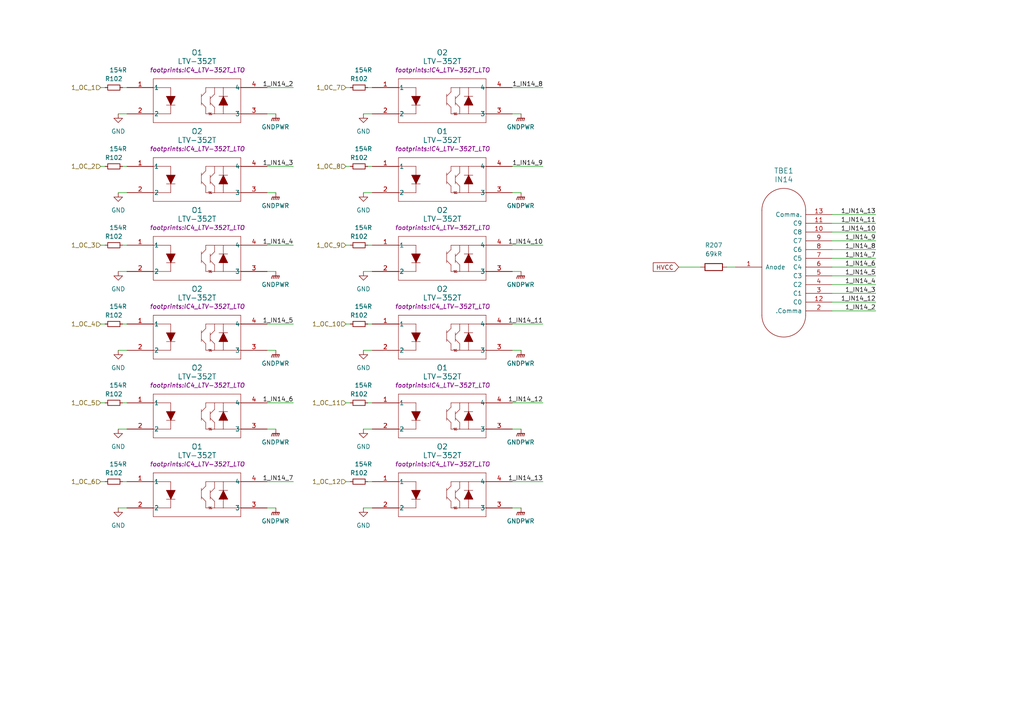
<source format=kicad_sch>
(kicad_sch (version 20230121) (generator eeschema)
  (paper "A4")
  (lib_symbols
    (symbol "Device:R" (pin_numbers hide) (pin_names (offset 0))
      (property "Reference" "R" (at 2.032 0 90))
      (property "Value" "R" (at 0 0 90))
      (symbol "R_0_1"
        (rectangle (start -1.016 -2.54) (end 1.016 2.54) (stroke (width 0.254)))
      )
      (symbol "R_1_1"
        (pin passive line (at 0 3.81 270) (length 1.27) (name "~") (number "1"))
        (pin passive line (at 0 -3.81 90) (length 1.27) (name "~") (number "2"))
      )
    )
    (symbol "Device:R_Small" (pin_numbers hide) (pin_names (offset 0.254) hide)
      (property "Reference" "R" (at 0.762 0.508 0))
      (property "Value" "R_Small" (at 0.762 -1.016 0))
      (symbol "R_Small_0_1"
        (rectangle (start -0.762 1.778) (end 0.762 -1.778) (stroke (width 0.2032)))
      )
      (symbol "R_Small_1_1"
        (pin passive line (at 0 2.54 270) (length 0.762) (name "~") (number "1"))
        (pin passive line (at 0 -2.54 90) (length 0.762) (name "~") (number "2"))
      )
    )
    (symbol "LTV-352T_LTO:LTV-352T" (pin_names (offset 0.254))
      (property "Reference" "U" (at 0 12.7 0))
      (property "Value" "LTV-352T" (at 0 10.16 0))
      (property "Footprint" "footprints:IC4_LTV-352T_LTO" (at 0 7.62 0))
      (symbol "LTV-352T_0_1"
        (polyline (pts (xy -12.7 -6.35) (xy 12.7 -6.35)) (stroke (width 0.127)))
        (polyline (pts (xy -12.7 -3.81) (xy -7.62 -3.81)) (stroke (width 0.127)))
        (polyline (pts (xy -12.7 3.81) (xy -7.62 3.81)) (stroke (width 0.127)))
        (polyline (pts (xy -12.7 6.35) (xy -12.7 -6.35)) (stroke (width 0.127)))
        (polyline (pts (xy -8.89 -1.27) (xy -6.35 -1.27)) (stroke (width 0.127)))
        (polyline (pts (xy -8.89 1.27) (xy -7.62 -1.27)) (stroke (width 0.127)))
        (polyline (pts (xy -8.89 1.27) (xy -6.35 1.27)) (stroke (width 0.127)))
        (polyline (pts (xy -7.62 3.81) (xy -7.62 -3.81)) (stroke (width 0.127)))
        (polyline (pts (xy -6.35 1.27) (xy -7.62 -1.27)) (stroke (width 0.127)))
        (polyline (pts (xy 1.27 -0.635) (xy 2.54 -1.905)) (stroke (width 0.127)))
        (polyline (pts (xy 1.27 1.905) (xy 1.27 -1.27)) (stroke (width 0.127)))
        (polyline (pts (xy 2.54 -3.81) (xy 3.175 -3.81)) (stroke (width 0.127)))
        (polyline (pts (xy 2.54 -1.905) (xy 2.54 -3.81)) (stroke (width 0.127)))
        (polyline (pts (xy 2.54 2.54) (xy 1.27 1.27)) (stroke (width 0.127)))
        (polyline (pts (xy 2.54 3.81) (xy 2.54 2.54)) (stroke (width 0.127)))
        (polyline (pts (xy 3.175 -3.81) (xy 3.4925 -3.4925)) (stroke (width 0.127)))
        (polyline (pts (xy 3.4925 -4.1275) (xy 3.81 -3.4925)) (stroke (width 0.127)))
        (polyline (pts (xy 3.4925 -3.4925) (xy 3.4925 -4.1275)) (stroke (width 0.127)))
        (polyline (pts (xy 3.81 -4.1275) (xy 4.1275 -3.4925)) (stroke (width 0.127)))
        (polyline (pts (xy 3.81 -3.4925) (xy 3.81 -4.1275)) (stroke (width 0.127)))
        (polyline (pts (xy 3.81 -0.635) (xy 5.08 -1.905)) (stroke (width 0.127)))
        (polyline (pts (xy 3.81 0.635) (xy 5.08 1.905)) (stroke (width 0.127)))
        (polyline (pts (xy 3.81 1.27) (xy 3.81 -1.27)) (stroke (width 0.127)))
        (polyline (pts (xy 4.1275 -4.1275) (xy 4.445 -3.81)) (stroke (width 0.127)))
        (polyline (pts (xy 4.1275 -3.4925) (xy 4.1275 -4.1275)) (stroke (width 0.127)))
        (polyline (pts (xy 5.08 -3.81) (xy 4.445 -3.81)) (stroke (width 0.127)))
        (polyline (pts (xy 5.08 -1.905) (xy 5.08 -3.81)) (stroke (width 0.127)))
        (polyline (pts (xy 5.08 1.905) (xy 5.08 3.81)) (stroke (width 0.127)))
        (polyline (pts (xy 6.35 -1.27) (xy 7.62 1.27)) (stroke (width 0.127)))
        (polyline (pts (xy 6.35 -1.27) (xy 8.89 -1.27)) (stroke (width 0.127)))
        (polyline (pts (xy 6.35 1.27) (xy 8.89 1.27)) (stroke (width 0.127)))
        (polyline (pts (xy 7.62 -3.81) (xy 5.08 -3.81)) (stroke (width 0.127)))
        (polyline (pts (xy 7.62 -3.81) (xy 12.7 -3.81)) (stroke (width 0.127)))
        (polyline (pts (xy 7.62 1.27) (xy 8.89 -1.27)) (stroke (width 0.127)))
        (polyline (pts (xy 7.62 3.81) (xy 2.54 3.81)) (stroke (width 0.127)))
        (polyline (pts (xy 7.62 3.81) (xy 7.62 -3.81)) (stroke (width 0.127)))
        (polyline (pts (xy 12.7 -6.35) (xy 12.7 6.35)) (stroke (width 0.127)))
        (polyline (pts (xy 12.7 3.81) (xy 7.62 3.81)) (stroke (width 0.127)))
        (polyline (pts (xy 12.7 6.35) (xy -12.7 6.35)) (stroke (width 0.127)))
        (polyline (pts (xy -8.89 1.27) (xy -6.35 1.27) (xy -7.62 -1.27)) (fill (type outline)))
        (polyline (pts (xy 6.35 -1.27) (xy 8.89 -1.27) (xy 7.62 1.27)) (fill (type outline)))
        (pin passive line (at -20.32 3.81 0) (length 7.62) (name "1") (number "1"))
        (pin passive line (at -20.32 -3.81 0) (length 7.62) (name "2") (number "2"))
        (pin passive line (at 20.32 -3.81 180) (length 7.62) (name "3") (number "3"))
        (pin passive line (at 20.32 3.81 180) (length 7.62) (name "4") (number "4"))
      )
    )
    (symbol "in-14_nixie:IN14-Nixie_proj-rescue" (pin_names (offset 1.016))
      (property "Reference" "TBE202" (at -2.54 0 0))
      (property "Value" "IN14" (at -8.89 -7.62 0))
      (symbol "IN14-Nixie_proj-rescue_0_1"
        (arc (start -6.35 -1.27) (mid -12.6724 -7.62) (end -6.35 -13.97))
        (polyline (pts (xy -6.35 -13.97) (xy 24.13 -13.97)))
        (polyline (pts (xy 24.13 -1.27) (xy -6.35 -1.27)))
        (arc (start 24.13 -13.97) (mid 30.4524 -7.62) (end 24.13 -1.27))
      )
      (symbol "IN14-Nixie_proj-rescue_1_1"
        (pin input line (at 7.62 6.35 270) (length 7.62) (name "Anode") (number "1"))
        (pin passive line (at 17.78 -21.59 90) (length 7.62) (name "C8") (number "10"))
        (pin passive line (at 20.32 -21.59 90) (length 7.62) (name "C9") (number "11"))
        (pin passive line (at -2.54 -21.59 90) (length 7.62) (name "C0") (number "12"))
        (pin passive line (at 22.86 -21.59 90) (length 7.62) (name "Comma.") (number "13"))
        (pin passive line (at -5.08 -21.59 90) (length 7.62) (name ".Comma") (number "2"))
        (pin passive line (at 0 -21.59 90) (length 7.62) (name "C1") (number "3"))
        (pin passive line (at 2.54 -21.59 90) (length 7.62) (name "C2") (number "4"))
        (pin passive line (at 5.08 -21.59 90) (length 7.62) (name "C3") (number "5"))
        (pin passive line (at 7.62 -21.59 90) (length 7.62) (name "C4") (number "6"))
        (pin passive line (at 10.16 -21.59 90) (length 7.62) (name "C5") (number "7"))
        (pin passive line (at 12.7 -21.59 90) (length 7.62) (name "C6") (number "8"))
        (pin passive line (at 15.24 -21.59 90) (length 7.62) (name "C7") (number "9"))
      )
    )
    (symbol "power:GND" (power) (pin_names (offset 0))
      (property "Value" "GND" (at 0 -3.81 0))
      (symbol "GND_0_1"
        (polyline (pts (xy 0 0) (xy 0 -1.27) (xy 1.27 -1.27) (xy 0 -2.54) (xy -1.27 -1.27) (xy 0 -1.27)))
      )
      (symbol "GND_1_1"
        (pin power_in line (at 0 0 270) (length 0) hide (name "GND") (number "1"))
      )
    )
    (symbol "power:GNDPWR" (power) (pin_names (offset 0))
      (property "Value" "GNDPWR" (at 0 -3.302 0))
      (symbol "GNDPWR_0_1"
        (polyline (pts (xy 0 -1.27) (xy 0 0)))
        (polyline (pts (xy -1.016 -1.27) (xy -1.27 -2.032) (xy -1.27 -2.032)) (stroke (width 0.2032)))
        (polyline (pts (xy -0.508 -1.27) (xy -0.762 -2.032) (xy -0.762 -2.032)) (stroke (width 0.2032)))
        (polyline (pts (xy 0 -1.27) (xy -0.254 -2.032) (xy -0.254 -2.032)) (stroke (width 0.2032)))
        (polyline (pts (xy 0.508 -1.27) (xy 0.254 -2.032) (xy 0.254 -2.032)) (stroke (width 0.2032)))
        (polyline (pts (xy 1.016 -1.27) (xy -1.016 -1.27) (xy -1.016 -1.27)) (stroke (width 0.2032)))
        (polyline (pts (xy 1.016 -1.27) (xy 0.762 -2.032) (xy 0.762 -2.032) (xy 0.762 -2.032)) (stroke (width 0.2032)))
      )
      (symbol "GNDPWR_1_1"
        (pin power_in line (at 0 0 270) (length 0) hide (name "GNDPWR") (number "1"))
      )
    )
  )
  (wire (pts (xy 157.48 25.4) (xy 148.59 25.4)))
  (wire (pts (xy 36.83 101.6) (xy 34.29 101.6)))
  (wire (pts (xy 148.59 33.02) (xy 151.13 33.02)))
  (wire (pts (xy 254 82.55) (xy 241.3 82.55)))
  (wire (pts (xy 36.83 147.32) (xy 34.29 147.32)))
  (wire (pts (xy 148.59 124.46) (xy 151.13 124.46)))
  (wire (pts (xy 35.56 93.98) (xy 36.83 93.98)))
  (wire (pts (xy 254 64.77) (xy 241.3 64.77)))
  (wire (pts (xy 29.21 139.7) (xy 30.48 139.7)))
  (wire (pts (xy 77.47 101.6) (xy 80.01 101.6)))
  (wire (pts (xy 254 87.63) (xy 241.3 87.63)))
  (wire (pts (xy 77.47 124.46) (xy 80.01 124.46)))
  (wire (pts (xy 157.48 71.12) (xy 148.59 71.12)))
  (wire (pts (xy 254 62.23) (xy 241.3 62.23)))
  (wire (pts (xy 254 77.47) (xy 241.3 77.47)))
  (wire (pts (xy 157.48 48.26) (xy 148.59 48.26)))
  (wire (pts (xy 85.09 71.12) (xy 77.47 71.12)))
  (wire (pts (xy 35.56 139.7) (xy 36.83 139.7)))
  (wire (pts (xy 105.41 78.74) (xy 107.95 78.74)))
  (wire (pts (xy 106.68 25.4) (xy 107.95 25.4)))
  (wire (pts (xy 77.47 33.02) (xy 80.01 33.02)))
  (wire (pts (xy 100.33 93.98) (xy 101.6 93.98)))
  (wire (pts (xy 36.83 33.02) (xy 34.29 33.02)))
  (wire (pts (xy 148.59 147.32) (xy 151.13 147.32)))
  (wire (pts (xy 100.33 116.84) (xy 101.6 116.84)))
  (wire (pts (xy 35.56 48.26) (xy 36.83 48.26)))
  (wire (pts (xy 196.85 77.47) (xy 203.2 77.47)))
  (wire (pts (xy 85.09 139.7) (xy 77.47 139.7)))
  (wire (pts (xy 254 72.39) (xy 241.3 72.39)))
  (wire (pts (xy 77.47 147.32) (xy 80.01 147.32)))
  (wire (pts (xy 29.21 25.4) (xy 30.48 25.4)))
  (wire (pts (xy 77.47 78.74) (xy 80.01 78.74)))
  (wire (pts (xy 36.83 78.74) (xy 34.29 78.74)))
  (wire (pts (xy 100.33 25.4) (xy 101.6 25.4)))
  (wire (pts (xy 105.41 33.02) (xy 107.95 33.02)))
  (wire (pts (xy 254 74.93) (xy 241.3 74.93)))
  (wire (pts (xy 105.41 101.6) (xy 107.95 101.6)))
  (wire (pts (xy 105.41 147.32) (xy 107.95 147.32)))
  (wire (pts (xy 100.33 48.26) (xy 101.6 48.26)))
  (wire (pts (xy 254 69.85) (xy 241.3 69.85)))
  (wire (pts (xy 36.83 124.46) (xy 34.29 124.46)))
  (wire (pts (xy 148.59 78.74) (xy 151.13 78.74)))
  (wire (pts (xy 157.48 116.84) (xy 148.59 116.84)))
  (wire (pts (xy 77.47 55.88) (xy 80.01 55.88)))
  (wire (pts (xy 106.68 139.7) (xy 107.95 139.7)))
  (wire (pts (xy 254 85.09) (xy 241.3 85.09)))
  (wire (pts (xy 157.48 93.98) (xy 148.59 93.98)))
  (wire (pts (xy 106.68 71.12) (xy 107.95 71.12)))
  (wire (pts (xy 35.56 25.4) (xy 36.83 25.4)))
  (wire (pts (xy 157.48 139.7) (xy 148.59 139.7)))
  (wire (pts (xy 210.82 77.47) (xy 213.36 77.47)))
  (wire (pts (xy 148.59 101.6) (xy 151.13 101.6)))
  (wire (pts (xy 105.41 55.88) (xy 107.95 55.88)))
  (wire (pts (xy 85.09 116.84) (xy 77.47 116.84)))
  (wire (pts (xy 254 67.31) (xy 241.3 67.31)))
  (wire (pts (xy 35.56 71.12) (xy 36.83 71.12)))
  (wire (pts (xy 106.68 116.84) (xy 107.95 116.84)))
  (wire (pts (xy 254 90.17) (xy 241.3 90.17)))
  (wire (pts (xy 254 80.01) (xy 241.3 80.01)))
  (wire (pts (xy 148.59 55.88) (xy 151.13 55.88)))
  (wire (pts (xy 100.33 139.7) (xy 101.6 139.7)))
  (wire (pts (xy 106.68 93.98) (xy 107.95 93.98)))
  (wire (pts (xy 36.83 55.88) (xy 34.29 55.88)))
  (wire (pts (xy 29.21 93.98) (xy 30.48 93.98)))
  (wire (pts (xy 100.33 71.12) (xy 101.6 71.12)))
  (wire (pts (xy 29.21 71.12) (xy 30.48 71.12)))
  (wire (pts (xy 85.09 93.98) (xy 77.47 93.98)))
  (wire (pts (xy 35.56 116.84) (xy 36.83 116.84)))
  (wire (pts (xy 29.21 116.84) (xy 30.48 116.84)))
  (wire (pts (xy 29.21 48.26) (xy 30.48 48.26)))
  (wire (pts (xy 106.68 48.26) (xy 107.95 48.26)))
  (wire (pts (xy 85.09 25.4) (xy 77.47 25.4)))
  (wire (pts (xy 105.41 124.46) (xy 107.95 124.46)))
  (wire (pts (xy 85.09 48.26) (xy 77.47 48.26)))
  (label "1_IN14_13" (at 254 62.23 180))
  (label "1_IN14_6" (at 254 77.47 180))
  (label "1_IN14_5" (at 85.09 93.98 180))
  (label "1_IN14_9" (at 157.48 48.26 180))
  (label "1_IN14_6" (at 85.09 116.84 180))
  (label "1_IN14_7" (at 85.09 139.7 180))
  (label "1_IN14_2" (at 85.09 25.4 180))
  (label "1_IN14_11" (at 157.48 93.98 180))
  (label "1_IN14_3" (at 85.09 48.26 180))
  (label "1_IN14_5" (at 254 80.01 180))
  (label "1_IN14_11" (at 254 64.77 180))
  (label "1_IN14_12" (at 254 87.63 180))
  (label "1_IN14_8" (at 254 72.39 180))
  (label "1_IN14_4" (at 254 82.55 180))
  (label "1_IN14_3" (at 254 85.09 180))
  (label "1_IN14_9" (at 254 69.85 180))
  (label "1_IN14_8" (at 157.48 25.4 180))
  (label "1_IN14_10" (at 157.48 71.12 180))
  (label "1_IN14_4" (at 85.09 71.12 180))
  (label "1_IN14_10" (at 254 67.31 180))
  (label "1_IN14_2" (at 254 90.17 180))
  (label "1_IN14_12" (at 157.48 116.84 180))
  (label "1_IN14_13" (at 157.48 139.7 180))
  (label "1_IN14_7" (at 254 74.93 180))
  (global_label "HVCC" (shape input) (at 196.85 77.47 180) (property "Intersheetrefs" "${INTERSHEET_REFS}" (effects hide)))
  (hierarchical_label "1_OC_12" (shape input) (at 100.33 139.7 180))
  (hierarchical_label "1_OC_8" (shape input) (at 100.33 48.26 180))
  (hierarchical_label "1_OC_1" (shape input) (at 29.21 25.4 180))
  (hierarchical_label "1_OC_6" (shape input) (at 29.21 139.7 180))
  (hierarchical_label "1_OC_5" (shape input) (at 29.21 116.84 180))
  (hierarchical_label "1_OC_2" (shape input) (at 29.21 48.26 180))
  (hierarchical_label "1_OC_9" (shape input) (at 100.33 71.12 180))
  (hierarchical_label "1_OC_4" (shape input) (at 29.21 93.98 180))
  (hierarchical_label "1_OC_3" (shape input) (at 29.21 71.12 180))
  (hierarchical_label "1_OC_11" (shape input) (at 100.33 116.84 180))
  (hierarchical_label "1_OC_7" (shape input) (at 100.33 25.4 180))
  (hierarchical_label "1_OC_10" (shape input) (at 100.33 93.98 180))
  (symbol (lib_id "LTV-352T_LTO:LTV-352T") (at 57.15 97.79 0) (unit 1)
    (property "Reference" "O2" (at 57.15 83.82 0) (effects (font (size 1.524 1.524))))
    (property "Value" "LTV-352T" (at 57.15 86.36 0) (effects (font (size 1.524 1.524))))
    (property "Footprint" "footprints:IC4_LTV-352T_LTO" (at 57.15 88.9 0) (effects (font italic)))
    (property "Datasheet" "LTV-352T" (effects hide))
    (instances (project "Nixie_Module" (path "" (reference "O2") (unit 1)) (path "" (reference "O207") (unit 1))))
  )
  (symbol (lib_id "power:GND") (at 105.41 33.02 0) (unit 1)
    (property "Reference" "#PWR0203" (effects hide))
    (property "Value" "GND" (at 105.41 38.1 0))
  )
  (symbol (lib_id "power:GND") (at 105.41 78.74 0) (unit 1)
    (property "Reference" "#PWR0211" (effects hide))
    (property "Value" "GND" (at 105.41 83.82 0))
  )
  (symbol (lib_id "power:GND") (at 34.29 124.46 0) (unit 1)
    (property "Reference" "#PWR0217" (effects hide))
    (property "Value" "GND" (at 34.29 129.54 0))
  )
  (symbol (lib_id "LTV-352T_LTO:LTV-352T") (at 128.27 74.93 0) (unit 1)
    (property "Reference" "O2" (at 128.27 60.96 0) (effects (font (size 1.524 1.524))))
    (property "Value" "LTV-352T" (at 128.27 63.5 0) (effects (font (size 1.524 1.524))))
    (property "Footprint" "footprints:IC4_LTV-352T_LTO" (at 128.27 66.04 0) (effects (font italic)))
    (property "Datasheet" "LTV-352T" (effects hide))
    (instances (project "Nixie_Module" (path "" (reference "O2") (unit 1)) (path "" (reference "O206") (unit 1))))
  )
  (symbol (lib_id "power:GND") (at 105.41 124.46 0) (unit 1)
    (property "Reference" "#PWR0219" (effects hide))
    (property "Value" "GND" (at 105.41 129.54 0))
  )
  (symbol (lib_id "power:GNDPWR") (at 151.13 78.74 0) (unit 1)
    (property "Reference" "#PWR0120" (effects hide))
    (property "Value" "GNDPWR" (at 151.003 82.55 0))
    (instances (project "Nixie_Module" (path "" (reference "#PWR0120") (unit 1)) (path "" (reference "#PWR0212") (unit 1))))
  )
  (symbol (lib_id "Device:R_Small") (at 33.02 48.26 90) (unit 1)
    (property "Reference" "R102" (at 35.56 45.72 90) (effects (justify left)))
    (property "Value" "154R" (at 36.83 43.18 90) (effects (justify left)))
    (property "Footprint" "Resistor_SMD:R_0603_1608Metric_Pad0.98x0.95mm_HandSolder" (effects hide))
    (instances (project "Nixie_Module" (path "" (reference "R102") (unit 1)) (path "" (reference "R203") (unit 1))))
  )
  (symbol (lib_id "Device:R_Small") (at 33.02 139.7 90) (unit 1)
    (property "Reference" "R102" (at 35.56 137.16 90) (effects (justify left)))
    (property "Value" "154R" (at 36.83 134.62 90) (effects (justify left)))
    (property "Footprint" "Resistor_SMD:R_0603_1608Metric_Pad0.98x0.95mm_HandSolder" (effects hide))
    (instances (project "Nixie_Module" (path "" (reference "R102") (unit 1)) (path "" (reference "R212") (unit 1))))
  )
  (symbol (lib_id "power:GNDPWR") (at 151.13 147.32 0) (unit 1)
    (property "Reference" "#PWR0120" (effects hide))
    (property "Value" "GNDPWR" (at 151.003 151.13 0))
    (instances (project "Nixie_Module" (path "" (reference "#PWR0120") (unit 1)) (path "" (reference "#PWR0224") (unit 1))))
  )
  (symbol (lib_id "power:GNDPWR") (at 80.01 124.46 0) (unit 1)
    (property "Reference" "#PWR0120" (effects hide))
    (property "Value" "GNDPWR" (at 79.883 128.27 0))
    (instances (project "Nixie_Module" (path "" (reference "#PWR0120") (unit 1)) (path "" (reference "#PWR0218") (unit 1))))
  )
  (symbol (lib_id "LTV-352T_LTO:LTV-352T") (at 57.15 29.21 0) (unit 1)
    (property "Reference" "O1" (at 57.15 15.24 0) (effects (font (size 1.524 1.524))))
    (property "Value" "LTV-352T" (at 57.15 17.78 0) (effects (font (size 1.524 1.524))))
    (property "Footprint" "footprints:IC4_LTV-352T_LTO" (at 57.15 20.32 0) (effects (font italic)))
    (property "Datasheet" "LTV-352T" (effects hide))
    (instances (project "Nixie_Module" (path "" (reference "O1") (unit 1)) (path "" (reference "O201") (unit 1))))
  )
  (symbol (lib_id "LTV-352T_LTO:LTV-352T") (at 128.27 29.21 0) (unit 1)
    (property "Reference" "O2" (at 128.27 15.24 0) (effects (font (size 1.524 1.524))))
    (property "Value" "LTV-352T" (at 128.27 17.78 0) (effects (font (size 1.524 1.524))))
    (property "Footprint" "footprints:IC4_LTV-352T_LTO" (at 128.27 20.32 0) (effects (font italic)))
    (property "Datasheet" "LTV-352T" (effects hide))
    (instances (project "Nixie_Module" (path "" (reference "O2") (unit 1)) (path "" (reference "O202") (unit 1))))
  )
  (symbol (lib_id "power:GND") (at 34.29 33.02 0) (unit 1)
    (property "Reference" "#PWR0201" (effects hide))
    (property "Value" "GND" (at 34.29 38.1 0))
  )
  (symbol (lib_id "Device:R") (at 207.01 77.47 270) (unit 1)
    (property "Reference" "R207" (at 207.01 71.12 90))
    (property "Value" "69kR" (at 207.01 73.66 90))
    (property "Footprint" "Resistor_THT:R_Axial_DIN0207_L6.3mm_D2.5mm_P7.62mm_Horizontal" (effects hide))
  )
  (symbol (lib_id "Device:R_Small") (at 104.14 25.4 90) (unit 1)
    (property "Reference" "R102" (at 106.68 22.86 90) (effects (justify left)))
    (property "Value" "154R" (at 107.95 20.32 90) (effects (justify left)))
    (property "Footprint" "Resistor_SMD:R_0603_1608Metric_Pad0.98x0.95mm_HandSolder" (effects hide))
    (instances (project "Nixie_Module" (path "" (reference "R102") (unit 1)) (path "" (reference "R202") (unit 1))))
  )
  (symbol (lib_id "power:GND") (at 105.41 147.32 0) (unit 1)
    (property "Reference" "#PWR0223" (effects hide))
    (property "Value" "GND" (at 105.41 152.4 0))
  )
  (symbol (lib_id "Device:R_Small") (at 104.14 48.26 90) (unit 1)
    (property "Reference" "R102" (at 106.68 45.72 90) (effects (justify left)))
    (property "Value" "154R" (at 107.95 43.18 90) (effects (justify left)))
    (property "Footprint" "Resistor_SMD:R_0603_1608Metric_Pad0.98x0.95mm_HandSolder" (effects hide))
    (instances (project "Nixie_Module" (path "" (reference "R102") (unit 1)) (path "" (reference "R204") (unit 1))))
  )
  (symbol (lib_id "power:GNDPWR") (at 80.01 147.32 0) (unit 1)
    (property "Reference" "#PWR0120" (effects hide))
    (property "Value" "GNDPWR" (at 79.883 151.13 0))
    (instances (project "Nixie_Module" (path "" (reference "#PWR0120") (unit 1)) (path "" (reference "#PWR0222") (unit 1))))
  )
  (symbol (lib_id "LTV-352T_LTO:LTV-352T") (at 57.15 74.93 0) (unit 1)
    (property "Reference" "O1" (at 57.15 60.96 0) (effects (font (size 1.524 1.524))))
    (property "Value" "LTV-352T" (at 57.15 63.5 0) (effects (font (size 1.524 1.524))))
    (property "Footprint" "footprints:IC4_LTV-352T_LTO" (at 57.15 66.04 0) (effects (font italic)))
    (property "Datasheet" "LTV-352T" (effects hide))
    (instances (project "Nixie_Module" (path "" (reference "O1") (unit 1)) (path "" (reference "O205") (unit 1))))
  )
  (symbol (lib_id "LTV-352T_LTO:LTV-352T") (at 57.15 120.65 0) (unit 1)
    (property "Reference" "O2" (at 57.15 106.68 0) (effects (font (size 1.524 1.524))))
    (property "Value" "LTV-352T" (at 57.15 109.22 0) (effects (font (size 1.524 1.524))))
    (property "Footprint" "footprints:IC4_LTV-352T_LTO" (at 57.15 111.76 0) (effects (font italic)))
    (property "Datasheet" "LTV-352T" (effects hide))
    (instances (project "Nixie_Module" (path "" (reference "O2") (unit 1)) (path "" (reference "O209") (unit 1))))
  )
  (symbol (lib_id "power:GNDPWR") (at 80.01 55.88 0) (unit 1)
    (property "Reference" "#PWR0120" (effects hide))
    (property "Value" "GNDPWR" (at 79.883 59.69 0))
    (instances (project "Nixie_Module" (path "" (reference "#PWR0120") (unit 1)) (path "" (reference "#PWR0206") (unit 1))))
  )
  (symbol (lib_id "Device:R_Small") (at 104.14 116.84 90) (unit 1)
    (property "Reference" "R102" (at 106.68 114.3 90) (effects (justify left)))
    (property "Value" "154R" (at 107.95 111.76 90) (effects (justify left)))
    (property "Footprint" "Resistor_SMD:R_0603_1608Metric_Pad0.98x0.95mm_HandSolder" (effects hide))
    (instances (project "Nixie_Module" (path "" (reference "R102") (unit 1)) (path "" (reference "R211") (unit 1))))
  )
  (symbol (lib_id "LTV-352T_LTO:LTV-352T") (at 57.15 52.07 0) (unit 1)
    (property "Reference" "O2" (at 57.15 38.1 0) (effects (font (size 1.524 1.524))))
    (property "Value" "LTV-352T" (at 57.15 40.64 0) (effects (font (size 1.524 1.524))))
    (property "Footprint" "footprints:IC4_LTV-352T_LTO" (at 57.15 43.18 0) (effects (font italic)))
    (property "Datasheet" "LTV-352T" (effects hide))
    (instances (project "Nixie_Module" (path "" (reference "O2") (unit 1)) (path "" (reference "O203") (unit 1))))
  )
  (symbol (lib_id "LTV-352T_LTO:LTV-352T") (at 128.27 143.51 0) (unit 1)
    (property "Reference" "O2" (at 128.27 129.54 0) (effects (font (size 1.524 1.524))))
    (property "Value" "LTV-352T" (at 128.27 132.08 0) (effects (font (size 1.524 1.524))))
    (property "Footprint" "footprints:IC4_LTV-352T_LTO" (at 128.27 134.62 0) (effects (font italic)))
    (property "Datasheet" "LTV-352T" (effects hide))
    (instances (project "Nixie_Module" (path "" (reference "O2") (unit 1)) (path "" (reference "O212") (unit 1))))
  )
  (symbol (lib_id "LTV-352T_LTO:LTV-352T") (at 128.27 52.07 0) (unit 1)
    (property "Reference" "O1" (at 128.27 38.1 0) (effects (font (size 1.524 1.524))))
    (property "Value" "LTV-352T" (at 128.27 40.64 0) (effects (font (size 1.524 1.524))))
    (property "Footprint" "footprints:IC4_LTV-352T_LTO" (at 128.27 43.18 0) (effects (font italic)))
    (property "Datasheet" "LTV-352T" (effects hide))
    (instances (project "Nixie_Module" (path "" (reference "O1") (unit 1)) (path "" (reference "O204") (unit 1))))
  )
  (symbol (lib_id "power:GND") (at 105.41 101.6 0) (unit 1)
    (property "Reference" "#PWR0215" (effects hide))
    (property "Value" "GND" (at 105.41 106.68 0))
  )
  (symbol (lib_id "power:GND") (at 34.29 55.88 0) (unit 1)
    (property "Reference" "#PWR0205" (effects hide))
    (property "Value" "GND" (at 34.29 60.96 0))
  )
  (symbol (lib_id "Device:R_Small") (at 33.02 71.12 90) (unit 1)
    (property "Reference" "R102" (at 35.56 68.58 90) (effects (justify left)))
    (property "Value" "154R" (at 36.83 66.04 90) (effects (justify left)))
    (property "Footprint" "Resistor_SMD:R_0603_1608Metric_Pad0.98x0.95mm_HandSolder" (effects hide))
    (instances (project "Nixie_Module" (path "" (reference "R102") (unit 1)) (path "" (reference "R205") (unit 1))))
  )
  (symbol (lib_id "LTV-352T_LTO:LTV-352T") (at 128.27 120.65 0) (unit 1)
    (property "Reference" "O1" (at 128.27 106.68 0) (effects (font (size 1.524 1.524))))
    (property "Value" "LTV-352T" (at 128.27 109.22 0) (effects (font (size 1.524 1.524))))
    (property "Footprint" "footprints:IC4_LTV-352T_LTO" (at 128.27 111.76 0) (effects (font italic)))
    (property "Datasheet" "LTV-352T" (effects hide))
    (instances (project "Nixie_Module" (path "" (reference "O1") (unit 1)) (path "" (reference "O210") (unit 1))))
  )
  (symbol (lib_id "power:GND") (at 34.29 78.74 0) (unit 1)
    (property "Reference" "#PWR0209" (effects hide))
    (property "Value" "GND" (at 34.29 83.82 0))
  )
  (symbol (lib_id "power:GNDPWR") (at 151.13 101.6 0) (unit 1)
    (property "Reference" "#PWR0120" (effects hide))
    (property "Value" "GNDPWR" (at 151.003 105.41 0))
    (instances (project "Nixie_Module" (path "" (reference "#PWR0120") (unit 1)) (path "" (reference "#PWR0216") (unit 1))))
  )
  (symbol (lib_id "Device:R_Small") (at 104.14 139.7 90) (unit 1)
    (property "Reference" "R102" (at 106.68 137.16 90) (effects (justify left)))
    (property "Value" "154R" (at 107.95 134.62 90) (effects (justify left)))
    (property "Footprint" "Resistor_SMD:R_0603_1608Metric_Pad0.98x0.95mm_HandSolder" (effects hide))
    (instances (project "Nixie_Module" (path "" (reference "R102") (unit 1)) (path "" (reference "R213") (unit 1))))
  )
  (symbol (lib_id "power:GNDPWR") (at 80.01 78.74 0) (unit 1)
    (property "Reference" "#PWR0120" (effects hide))
    (property "Value" "GNDPWR" (at 79.883 82.55 0))
    (instances (project "Nixie_Module" (path "" (reference "#PWR0120") (unit 1)) (path "" (reference "#PWR0210") (unit 1))))
  )
  (symbol (lib_id "Device:R_Small") (at 104.14 71.12 90) (unit 1)
    (property "Reference" "R102" (at 106.68 68.58 90) (effects (justify left)))
    (property "Value" "154R" (at 107.95 66.04 90) (effects (justify left)))
    (property "Footprint" "Resistor_SMD:R_0603_1608Metric_Pad0.98x0.95mm_HandSolder" (effects hide))
    (instances (project "Nixie_Module" (path "" (reference "R102") (unit 1)) (path "" (reference "R206") (unit 1))))
  )
  (symbol (lib_id "Device:R_Small") (at 33.02 116.84 90) (unit 1)
    (property "Reference" "R102" (at 35.56 114.3 90) (effects (justify left)))
    (property "Value" "154R" (at 36.83 111.76 90) (effects (justify left)))
    (property "Footprint" "Resistor_SMD:R_0603_1608Metric_Pad0.98x0.95mm_HandSolder" (effects hide))
    (instances (project "Nixie_Module" (path "" (reference "R102") (unit 1)) (path "" (reference "R210") (unit 1))))
  )
  (symbol (lib_id "LTV-352T_LTO:LTV-352T") (at 128.27 97.79 0) (unit 1)
    (property "Reference" "O2" (at 128.27 83.82 0) (effects (font (size 1.524 1.524))))
    (property "Value" "LTV-352T" (at 128.27 86.36 0) (effects (font (size 1.524 1.524))))
    (property "Footprint" "footprints:IC4_LTV-352T_LTO" (at 128.27 88.9 0) (effects (font italic)))
    (property "Datasheet" "LTV-352T" (effects hide))
    (instances (project "Nixie_Module" (path "" (reference "O2") (unit 1)) (path "" (reference "O208") (unit 1))))
  )
  (symbol (lib_id "power:GND") (at 34.29 147.32 0) (unit 1)
    (property "Reference" "#PWR0221" (effects hide))
    (property "Value" "GND" (at 34.29 152.4 0))
  )
  (symbol (lib_id "power:GNDPWR") (at 80.01 33.02 0) (unit 1)
    (property "Reference" "#PWR0120" (effects hide))
    (property "Value" "GNDPWR" (at 79.883 36.83 0))
    (instances (project "Nixie_Module" (path "" (reference "#PWR0120") (unit 1)) (path "" (reference "#PWR0202") (unit 1))))
  )
  (symbol (lib_id "power:GND") (at 34.29 101.6 0) (unit 1)
    (property "Reference" "#PWR0213" (effects hide))
    (property "Value" "GND" (at 34.29 106.68 0))
  )
  (symbol (lib_id "LTV-352T_LTO:LTV-352T") (at 57.15 143.51 0) (unit 1)
    (property "Reference" "O1" (at 57.15 129.54 0) (effects (font (size 1.524 1.524))))
    (property "Value" "LTV-352T" (at 57.15 132.08 0) (effects (font (size 1.524 1.524))))
    (property "Footprint" "footprints:IC4_LTV-352T_LTO" (at 57.15 134.62 0) (effects (font italic)))
    (property "Datasheet" "LTV-352T" (effects hide))
    (instances (project "Nixie_Module" (path "" (reference "O1") (unit 1)) (path "" (reference "O211") (unit 1))))
  )
  (symbol (lib_id "power:GNDPWR") (at 151.13 124.46 0) (unit 1)
    (property "Reference" "#PWR0120" (effects hide))
    (property "Value" "GNDPWR" (at 151.003 128.27 0))
    (instances (project "Nixie_Module" (path "" (reference "#PWR0120") (unit 1)) (path "" (reference "#PWR0220") (unit 1))))
  )
  (symbol (lib_id "power:GNDPWR") (at 80.01 101.6 0) (unit 1)
    (property "Reference" "#PWR0120" (effects hide))
    (property "Value" "GNDPWR" (at 79.883 105.41 0))
    (instances (project "Nixie_Module" (path "" (reference "#PWR0120") (unit 1)) (path "" (reference "#PWR0214") (unit 1))))
  )
  (symbol (lib_id "Device:R_Small") (at 104.14 93.98 90) (unit 1)
    (property "Reference" "R102" (at 106.68 91.44 90) (effects (justify left)))
    (property "Value" "154R" (at 107.95 88.9 90) (effects (justify left)))
    (property "Footprint" "Resistor_SMD:R_0603_1608Metric_Pad0.98x0.95mm_HandSolder" (effects hide))
    (instances (project "Nixie_Module" (path "" (reference "R102") (unit 1)) (path "" (reference "R209") (unit 1))))
  )
  (symbol (lib_id "in-14_nixie:IN14-Nixie_proj-rescue") (at 219.71 85.09 90) (unit 1)
    (property "Reference" "TBE1" (at 227.33 49.53 90) (effects (font (size 1.524 1.524))))
    (property "Value" "IN14" (at 227.33 52.07 90) (effects (font (size 1.524 1.524))))
    (property "Footprint" "footprints:IN-14_Nixie" (effects hide))
    (instances (project "Nixie_Module" (path "" (reference "TBE1") (unit 1)) (path "" (reference "TBE201") (unit 1))))
  )
  (symbol (lib_id "Device:R_Small") (at 33.02 25.4 90) (unit 1)
    (property "Reference" "R102" (at 35.56 22.86 90) (effects (justify left)))
    (property "Value" "154R" (at 36.83 20.32 90) (effects (justify left)))
    (property "Footprint" "Resistor_SMD:R_0603_1608Metric_Pad0.98x0.95mm_HandSolder" (effects hide))
    (instances (project "Nixie_Module" (path "" (reference "R102") (unit 1)) (path "" (reference "R201") (unit 1))))
  )
  (symbol (lib_id "power:GND") (at 105.41 55.88 0) (unit 1)
    (property "Reference" "#PWR0207" (effects hide))
    (property "Value" "GND" (at 105.41 60.96 0))
  )
  (symbol (lib_id "power:GNDPWR") (at 151.13 33.02 0) (unit 1)
    (property "Reference" "#PWR0120" (effects hide))
    (property "Value" "GNDPWR" (at 151.003 36.83 0))
    (instances (project "Nixie_Module" (path "" (reference "#PWR0120") (unit 1)) (path "" (reference "#PWR0204") (unit 1))))
  )
  (symbol (lib_id "power:GNDPWR") (at 151.13 55.88 0) (unit 1)
    (property "Reference" "#PWR0120" (effects hide))
    (property "Value" "GNDPWR" (at 151.003 59.69 0))
    (instances (project "Nixie_Module" (path "" (reference "#PWR0120") (unit 1)) (path "" (reference "#PWR0208") (unit 1))))
  )
  (symbol (lib_id "Device:R_Small") (at 33.02 93.98 90) (unit 1)
    (property "Reference" "R102" (at 35.56 91.44 90) (effects (justify left)))
    (property "Value" "154R" (at 36.83 88.9 90) (effects (justify left)))
    (property "Footprint" "Resistor_SMD:R_0603_1608Metric_Pad0.98x0.95mm_HandSolder" (effects hide))
    (instances (project "Nixie_Module" (path "" (reference "R102") (unit 1)) (path "" (reference "R208") (unit 1))))
  )
)
</source>
